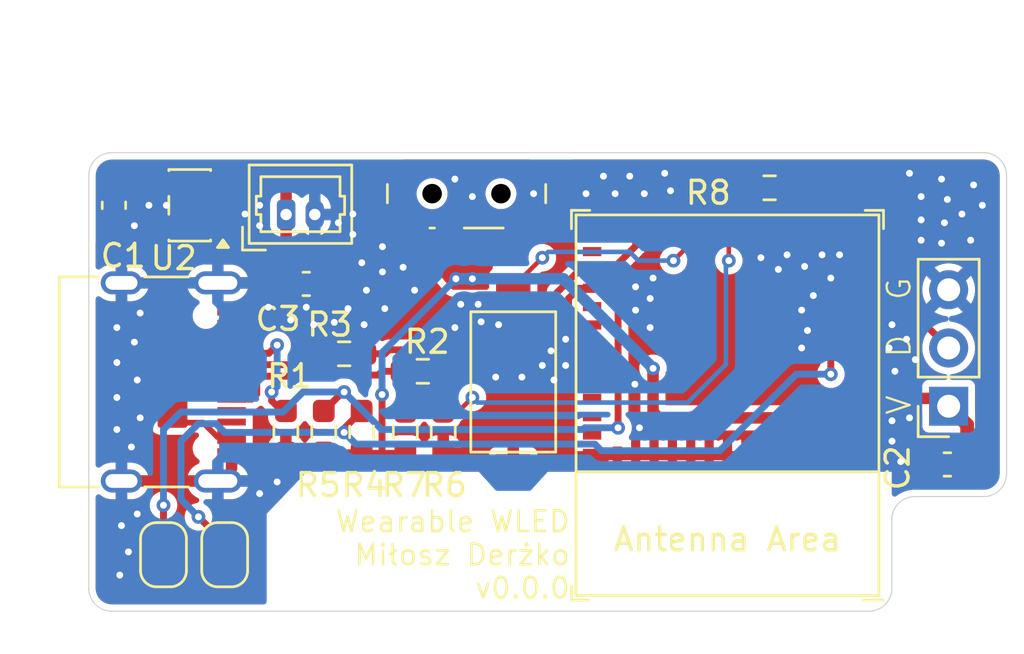
<source format=kicad_pcb>
(kicad_pcb (version 20241229) (generator "pcbnew") (generator_version "9.0")
  (title_block (title "WearableWLED") (date "2025-12-22") (rev "0.0.1") (company "Milosz Derżko"))
  (layers (0 "F.Cu" signal) (2 "B.Cu" signal) (13 "F.Paste" user) (15 "B.Paste" user) (5 "F.SilkS" user "F.Silkscreen") (7 "B.SilkS" user "B.Silkscreen") (1 "F.Mask" user) (3 "B.Mask" user) (25 "Edge.Cuts" user))
  (net 0 "")
  (net 1 "GND")
  (net 2 "+BATT")
  (net 3 "+5V")
  (net 4 "/BOOT_CHIP_EN")
  (net 5 "Net-(J1-Pin_2)")
  (net 6 "Net-(P1-CC1)")
  (net 7 "/USB-")
  (net 9 "/USB+")
  (net 10 "Net-(U1-GPIO19{slash}USB_D+)")
  (net 11 "Net-(U1-GPIO18{slash}USB_D-)")
  (net 12 "/BOOT_GPIO9")
  (net 13 "/BAT_LVL")
  (net 14 "/LED_DATA")
  (net 15 "/SWITCH")
  (net 39 "Net-(BT1-+)")
  (footprint "PCM_Espressif:ESP32-C3-MINI-1" (layer "F.Cu") (at 167.836 91.016 180)
    (property "Reference" "U1" (hide yes))
    (property "Value" "ESP32-C3-MINI-1")
    (fp_text user "Antenna Area" (at 0 -5.85 0) (layer "F.SilkS"))
    (pad "1" smd rect (at -5.9 -1.3 270) (size 0.4 0.8) (layers "F.Cu" "F.Mask" "F.Paste") (net 1 "GND"))
    (pad "2" smd rect (at -5.9 -0.5 270) (size 0.4 0.8) (layers "F.Cu" "F.Mask" "F.Paste") (net 1 "GND"))
    (pad "3" smd rect (at -5.9 0.3 270) (size 0.4 0.8) (layers "F.Cu" "F.Mask" "F.Paste") (net 2 "+BATT"))
    (pad "4" smd rect (at -5.9 1.1 270) (size 0.4 0.8) (layers "F.Cu" "F.Mask" "F.Paste"))
    (pad "5" smd rect (at -5.9 1.9 270) (size 0.4 0.8) (layers "F.Cu" "F.Mask" "F.Paste"))
    (pad "6" smd rect (at -5.9 2.7 270) (size 0.4 0.8) (layers "F.Cu" "F.Mask" "F.Paste"))
    (pad "7" smd rect (at -5.9 3.5 270) (size 0.4 0.8) (layers "F.Cu" "F.Mask" "F.Paste"))
    (pad "8" smd rect (at -5.9 4.3 270) (size 0.4 0.8) (layers "F.Cu" "F.Mask" "F.Paste") (net 4 "/BOOT_CHIP_EN"))
    (pad "9" smd rect (at -5.9 5.1 270) (size 0.4 0.8) (layers "F.Cu" "F.Mask" "F.Paste"))
    (pad "10" smd rect (at -5.9 5.9 270) (size 0.4 0.8) (layers "F.Cu" "F.Mask" "F.Paste"))
    (pad "11" smd rect (at -5.9 6.7 270) (size 0.4 0.8) (layers "F.Cu" "F.Mask" "F.Paste") (net 1 "GND"))
    (pad "12" smd rect (at -4.8 7.6 180) (size 0.4 0.8) (layers "F.Cu" "F.Mask" "F.Paste"))
    (pad "13" smd rect (at -4 7.6 180) (size 0.4 0.8) (layers "F.Cu" "F.Mask" "F.Paste"))
    (pad "14" smd rect (at -3.2 7.6 180) (size 0.4 0.8) (layers "F.Cu" "F.Mask" "F.Paste") (net 1 "GND"))
    (pad "15" smd rect (at -2.4 7.6 180) (size 0.4 0.8) (layers "F.Cu" "F.Mask" "F.Paste"))
    (pad "16" smd rect (at -1.6 7.6 180) (size 0.4 0.8) (layers "F.Cu" "F.Mask" "F.Paste"))
    (pad "17" smd rect (at -0.8 7.6 180) (size 0.4 0.8) (layers "F.Cu" "F.Mask" "F.Paste"))
    (pad "18" smd rect (at 0 7.6 180) (size 0.4 0.8) (layers "F.Cu" "F.Mask" "F.Paste") (net 13 "/BAT_LVL"))
    (pad "19" smd rect (at 0.8 7.6 180) (size 0.4 0.8) (layers "F.Cu" "F.Mask" "F.Paste"))
    (pad "20" smd rect (at 1.6 7.6 180) (size 0.4 0.8) (layers "F.Cu" "F.Mask" "F.Paste") (net 15 "/SWITCH"))
    (pad "21" smd rect (at 2.4 7.6 180) (size 0.4 0.8) (layers "F.Cu" "F.Mask" "F.Paste") (net 14 "/LED_DATA"))
    (pad "22" smd rect (at 3.2 7.6 180) (size 0.4 0.8) (layers "F.Cu" "F.Mask" "F.Paste"))
    (pad "23" smd rect (at 4 7.6 180) (size 0.4 0.8) (layers "F.Cu" "F.Mask" "F.Paste") (net 12 "/BOOT_GPIO9"))
    (pad "24" smd rect (at 4.8 7.6 180) (size 0.4 0.8) (layers "F.Cu" "F.Mask" "F.Paste"))
    (pad "25" smd rect (at 5.9 6.7 270) (size 0.4 0.8) (layers "F.Cu" "F.Mask" "F.Paste"))
    (pad "26" smd rect (at 5.9 5.9 270) (size 0.4 0.8) (layers "F.Cu" "F.Mask" "F.Paste") (net 11 "Net-(U1-GPIO18{slash}USB_D-)"))
    (pad "27" smd rect (at 5.9 5.1 270) (size 0.4 0.8) (layers "F.Cu" "F.Mask" "F.Paste") (net 10 "Net-(U1-GPIO19{slash}USB_D+)"))
    (pad "28" smd rect (at 5.9 4.3 270) (size 0.4 0.8) (layers "F.Cu" "F.Mask" "F.Paste"))
    (pad "29" smd rect (at 5.9 3.5 270) (size 0.4 0.8) (layers "F.Cu" "F.Mask" "F.Paste"))
    (pad "30" smd rect (at 5.9 2.7 270) (size 0.4 0.8) (layers "F.Cu" "F.Mask" "F.Paste"))
    (pad "31" smd rect (at 5.9 1.9 270) (size 0.4 0.8) (layers "F.Cu" "F.Mask" "F.Paste"))
    (pad "32" smd rect (at 5.9 1.1 270) (size 0.4 0.8) (layers "F.Cu" "F.Mask" "F.Paste"))
    (pad "33" smd rect (at 5.9 0.3 270) (size 0.4 0.8) (layers "F.Cu" "F.Mask" "F.Paste"))
    (pad "34" smd rect (at 5.9 -0.5 270) (size 0.4 0.8) (layers "F.Cu" "F.Mask" "F.Paste"))
    (pad "35" smd rect (at 5.9 -1.3 270) (size 0.4 0.8) (layers "F.Cu" "F.Mask" "F.Paste"))
    (pad "36" smd rect (at 4.8 -2.2 180) (size 0.4 0.8) (layers "F.Cu" "F.Mask" "F.Paste") (net 1 "GND"))
    (pad "37" smd rect (at 4 -2.2 180) (size 0.4 0.8) (layers "F.Cu" "F.Mask" "F.Paste") (net 1 "GND"))
    (pad "38" smd rect (at 3.2 -2.2 180) (size 0.4 0.8) (layers "F.Cu" "F.Mask" "F.Paste") (net 1 "GND"))
    (pad "39" smd rect (at 2.4 -2.2 180) (size 0.4 0.8) (layers "F.Cu" "F.Mask" "F.Paste") (net 1 "GND"))
    (pad "40" smd rect (at 1.6 -2.2 180) (size 0.4 0.8) (layers "F.Cu" "F.Mask" "F.Paste") (net 1 "GND"))
    (pad "41" smd rect (at 0.8 -2.2 180) (size 0.4 0.8) (layers "F.Cu" "F.Mask" "F.Paste") (net 1 "GND"))
    (pad "42" smd rect (at 0 -2.2 180) (size 0.4 0.8) (layers "F.Cu" "F.Mask" "F.Paste") (net 1 "GND"))
    (pad "43" smd rect (at -0.8 -2.2 180) (size 0.4 0.8) (layers "F.Cu" "F.Mask" "F.Paste") (net 1 "GND"))
    (pad "44" smd rect (at -1.6 -2.2 180) (size 0.4 0.8) (layers "F.Cu" "F.Mask" "F.Paste") (net 1 "GND"))
    (pad "45" smd rect (at -2.4 -2.2 180) (size 0.4 0.8) (layers "F.Cu" "F.Mask" "F.Paste") (net 1 "GND"))
    (pad "46" smd rect (at -3.2 -2.2 180) (size 0.4 0.8) (layers "F.Cu" "F.Mask" "F.Paste") (net 1 "GND"))
    (pad "47" smd rect (at -4 -2.2 180) (size 0.4 0.8) (layers "F.Cu" "F.Mask" "F.Paste") (net 1 "GND"))
    (pad "48" smd rect (at -4.8 -2.2 180) (size 0.4 0.8) (layers "F.Cu" "F.Mask" "F.Paste") (net 1 "GND"))
    (pad "49" smd custom (at -1.975 0.725 180) (size 0.8 0.8) (layers "F.Cu" "F.Mask" "F.Paste") (net 1 "GND") (options (clearance outline) (anchor rect)) (primitives (gr_poly (pts (xy 0.725 0.725) (xy -0.725 0.725) (xy -0.725 -0.125) (xy -0.125 -0.725) (xy 0.725 -0.725)) (width 0) (fill yes))))
    (pad "49" smd rect (at -1.975 2.7 270) (size 1.45 1.45) (layers "F.Cu" "F.Mask" "F.Paste") (net 1 "GND"))
    (pad "49" smd rect (at -1.975 4.675 270) (size 1.45 1.45) (layers "F.Cu" "F.Mask" "F.Paste") (net 1 "GND"))
    (pad "49" smd rect (at 0 0.725 270) (size 1.45 1.45) (layers "F.Cu" "F.Mask" "F.Paste") (net 1 "GND"))
    (pad "49" smd rect (at 0 2.7 270) (size 1.45 1.45) (layers "F.Cu" "F.Mask" "F.Paste") (net 1 "GND"))
    (pad "49" smd rect (at 0 4.675 270) (size 1.45 1.45) (layers "F.Cu" "F.Mask" "F.Paste") (net 1 "GND"))
    (pad "49" smd rect (at 1.975 0.725 270) (size 1.45 1.45) (layers "F.Cu" "F.Mask" "F.Paste") (net 1 "GND"))
    (pad "49" smd rect (at 1.975 2.7 270) (size 1.45 1.45) (layers "F.Cu" "F.Mask" "F.Paste") (net 1 "GND"))
    (pad "49" smd rect (at 1.975 4.675 270) (size 1.45 1.45) (layers "F.Cu" "F.Mask" "F.Paste") (net 1 "GND"))
    (pad "50" smd rect (at 5.95 -2.25 270) (size 0.7 0.7) (layers "F.Cu" "F.Mask" "F.Paste") (net 1 "GND"))
    (pad "51" smd rect (at 5.95 7.65 270) (size 0.7 0.7) (layers "F.Cu" "F.Mask" "F.Paste") (net 1 "GND"))
    (pad "52" smd rect (at -5.95 7.65 270) (size 0.7 0.7) (layers "F.Cu" "F.Mask" "F.Paste") (net 1 "GND"))
    (pad "53" smd rect (at -5.95 -2.25 270) (size 0.7 0.7) (layers "F.Cu" "F.Mask" "F.Paste") (net 1 "GND"))
    (zone (net 0) (net_name "") (layers "F.Cu" "B.Cu") (name "antenna keepout") (connect_pads (clearance 0)) (min_thickness 0.254)
      (keepout (tracks not_allowed) (vias not_allowed) (pads not_allowed) (copperpour not_allowed) (footprints not_allowed))
      (fill (thermal_gap 0.508) (thermal_bridge_width 0.508))
      (polygon (pts (xy 161.236 93.916) (xy 174.436 93.916) (xy 174.436 99.316) (xy 161.236 99.316)))
    )
  )
  (footprint "Button_Switch_SMD:SW_SPDT_Shouhan_MSK12C02" (layer "F.Cu") (at 156.464 81.788 180)
    (property "Reference" "SW2" (hide yes))
    (property "Value" "SW_SPDT")
    (pad "" np_thru_hole circle (at -1.5 0 180) (size 0.85 0.85) (drill 0.85) (layers "*.Mask"))
    (pad "" np_thru_hole circle (at 1.5 0 180) (size 0.85 0.85) (drill 0.85) (layers "*.Mask"))
    (pad "1" smd roundrect (at -2.25 -1.95 180) (size 0.6 1.3) (layers "F.Cu" "F.Mask" "F.Paste"))
    (pad "2" smd roundrect (at 0.75 -1.95 180) (size 0.6 1.3) (layers "F.Cu" "F.Mask" "F.Paste") (net 2 "+BATT"))
    (pad "3" smd roundrect (at 2.25 -1.95 180) (size 0.6 1.3) (layers "F.Cu" "F.Mask" "F.Paste") (net 39 "Net-(BT1-+)"))
    (pad "SH" smd roundrect (at -3.675 -1.1 180) (size 1.05 0.7) (layers "F.Cu" "F.Mask" "F.Paste"))
    (pad "SH" smd roundrect (at -3.675 1.1 180) (size 1.05 0.7) (layers "F.Cu" "F.Mask" "F.Paste"))
    (pad "SH" smd roundrect (at 3.675 -1.1 180) (size 1.05 0.7) (layers "F.Cu" "F.Mask" "F.Paste"))
    (pad "SH" smd roundrect (at 3.675 1.1 180) (size 1.05 0.7) (layers "F.Cu" "F.Mask" "F.Paste"))
  )
  (footprint "Jumper:SolderJumper-2_P1.3mm_Open_RoundedPad1.0x1.5mm" (layer "F.Cu") (at 145.923 97.536 90)
    (property "Reference" "TP1" (hide yes))
    (property "Value" "BOOT")
    (pad "1" smd custom (at -0.65 0 90) (size 1 0.5) (layers "F.Cu" "F.Mask") (net 1 "GND") (options (clearance outline) (anchor rect)) (primitives (gr_circle (center 0 0.25) (end 0.5 0.25) (width 0) (fill yes)) (gr_circle (center 0 -0.25) (end 0.5 -0.25) (width 0) (fill yes)) (gr_poly (pts (xy 0.5 0.75) (xy 0 0.75) (xy 0 -0.75) (xy 0.5 -0.75)) (width 0) (fill yes))))
    (pad "2" smd custom (at 0.65 0 90) (size 1 0.5) (layers "F.Cu" "F.Mask") (net 4 "/BOOT_CHIP_EN") (options (clearance outline) (anchor rect)) (primitives (gr_circle (center 0 0.25) (end 0.5 0.25) (width 0) (fill yes)) (gr_circle (center 0 -0.25) (end 0.5 -0.25) (width 0) (fill yes)) (gr_poly (pts (xy 0 0.75) (xy -0.5 0.75) (xy -0.5 -0.75) (xy 0 -0.75)) (width 0) (fill yes))))
  )
  (footprint "Resistor_SMD:R_0603_1608Metric_Pad0.98x0.95mm_HandSolder" (layer "F.Cu") (at 151.892 92.1785 90)
    (property "Reference" "R4" (at -2.3215 0.108 180) (layer "F.SilkS"))
    (property "Value" "10k")
    (pad "1" smd roundrect (at -0.9125 0 90) (size 0.975 0.95) (layers "F.Cu" "F.Mask" "F.Paste") (net 2 "+BATT"))
    (pad "2" smd roundrect (at 0.9125 0 90) (size 0.975 0.95) (layers "F.Cu" "F.Mask" "F.Paste") (net 4 "/BOOT_CHIP_EN"))
  )
  (footprint "Resistor_SMD:R_0603_1608Metric_Pad0.98x0.95mm_HandSolder" (layer "F.Cu") (at 169.672 81.534)
    (property "Reference" "R8" (at -2.672 0.216 0) (layer "F.SilkS"))
    (property "Value" "100")
    (pad "1" smd roundrect (at -0.9125 0) (size 0.975 0.95) (layers "F.Cu" "F.Mask" "F.Paste") (net 14 "/LED_DATA"))
    (pad "2" smd roundrect (at 0.9125 0) (size 0.975 0.95) (layers "F.Cu" "F.Mask" "F.Paste") (net 5 "Net-(J1-Pin_2)"))
  )
  (footprint "Button_Switch_SMD:SW_SPST_CK_RS282G05A3" (layer "F.Cu") (at 158.5 90 90)
    (property "Reference" "SW1" (hide yes))
    (property "Value" "SWITCH")
    (pad "1" smd rect (at -3.9 0 90) (size 1.5 1.5) (layers "F.Cu" "F.Mask" "F.Paste") (net 1 "GND"))
    (pad "2" smd rect (at 3.9 0 90) (size 1.5 1.5) (layers "F.Cu" "F.Mask" "F.Paste") (net 15 "/SWITCH"))
  )
  (footprint "Resistor_SMD:R_0603_1608Metric_Pad0.98x0.95mm_HandSolder" (layer "F.Cu") (at 148.59 92.1785 -90)
    (property "Reference" "R1" (at -2.4285 -0.16 180) (layer "F.SilkS"))
    (property "Value" "5.1k")
    (pad "1" smd roundrect (at -0.9125 0 270) (size 0.975 0.95) (layers "F.Cu" "F.Mask" "F.Paste") (net 6 "Net-(P1-CC1)"))
    (pad "2" smd roundrect (at 0.9125 0 270) (size 0.975 0.95) (layers "F.Cu" "F.Mask" "F.Paste") (net 1 "GND"))
  )
  (footprint "Connector_USB:USB_C_Receptacle_G-Switch_GT-USB-7010ASV" (layer "F.Cu") (at 142.5 90 -90)
    (property "Reference" "P1" (hide yes))
    (property "Value" "USB_C_Receptacle_USB2.0_14P")
    (pad "" np_thru_hole circle (at -2.89 -2.605 270) (size 0.65 0.65) (drill 0.65) (layers "*.Cu" "*.Mask"))
    (pad "" np_thru_hole circle (at 2.89 -2.605 270) (size 0.65 0.65) (drill 0.65) (layers "*.Cu" "*.Mask"))
    (pad "A1" smd rect (at -3.2 -3.725 270) (size 0.6 1.24) (layers "F.Cu" "F.Mask" "F.Paste") (net 1 "GND"))
    (pad "A4" smd rect (at -2.4 -3.725 270) (size 0.6 1.24) (layers "F.Cu" "F.Mask" "F.Paste") (net 3 "+5V"))
    (pad "A5" smd rect (at -1.25 -3.725 270) (size 0.3 1.24) (layers "F.Cu" "F.Mask" "F.Paste") (net 6 "Net-(P1-CC1)"))
    (pad "A6" smd rect (at -0.25 -3.725 270) (size 0.3 1.24) (layers "F.Cu" "F.Mask" "F.Paste") (net 9 "/USB+"))
    (pad "A7" smd rect (at 0.25 -3.725 270) (size 0.3 1.24) (layers "F.Cu" "F.Mask" "F.Paste") (net 7 "/USB-"))
    (pad "A8" smd rect (at 1.25 -3.725 270) (size 0.3 1.24) (layers "F.Cu" "F.Mask" "F.Paste"))
    (pad "A9" smd rect (at 2.4 -3.725 270) (size 0.6 1.24) (layers "F.Cu" "F.Mask" "F.Paste") (net 3 "+5V"))
    (pad "A12" smd rect (at 3.2 -3.725 270) (size 0.6 1.24) (layers "F.Cu" "F.Mask" "F.Paste") (net 1 "GND"))
    (pad "B1" smd rect (at 3.2 -3.725 270) (size 0.6 1.24) (layers "F.Cu" "F.Mask" "F.Paste") (net 1 "GND"))
    (pad "B4" smd rect (at 2.4 -3.725 270) (size 0.6 1.24) (layers "F.Cu" "F.Mask" "F.Paste") (net 3 "+5V"))
    (pad "B5" smd rect (at 1.75 -3.725 270) (size 0.3 1.24) (layers "F.Cu" "F.Mask" "F.Paste"))
    (pad "B6" smd rect (at 0.75 -3.725 270) (size 0.3 1.24) (layers "F.Cu" "F.Mask" "F.Paste") (net 9 "/USB+"))
    (pad "B7" smd rect (at -0.75 -3.725 270) (size 0.3 1.24) (layers "F.Cu" "F.Mask" "F.Paste") (net 7 "/USB-"))
    (pad "B8" smd rect (at -1.75 -3.725 270) (size 0.3 1.24) (layers "F.Cu" "F.Mask" "F.Paste"))
    (pad "B9" smd rect (at -2.4 -3.725 270) (size 0.6 1.24) (layers "F.Cu" "F.Mask" "F.Paste") (net 3 "+5V"))
    (pad "B12" smd rect (at -3.2 -3.725 270) (size 0.6 1.24) (layers "F.Cu" "F.Mask" "F.Paste") (net 1 "GND"))
    (pad "S1" thru_hole oval (at -4.32 -3.125 270) (size 1 2.1) (drill oval 0.6 1.7) (property pad_prop_heatsink) (layers "*.Cu" "*.Mask") (net 1 "GND"))
    (pad "S1" thru_hole oval (at -4.32 1.075 270) (size 1 1.8) (drill oval 0.6 1.4) (property pad_prop_heatsink) (layers "*.Cu" "*.Mask") (net 1 "GND"))
    (pad "S1" thru_hole oval (at 4.32 -3.125 270) (size 1 2.1) (drill oval 0.6 1.7) (property pad_prop_heatsink) (layers "*.Cu" "*.Mask") (net 1 "GND"))
    (pad "S1" thru_hole oval (at 4.32 1.075 270) (size 1 1.8) (drill oval 0.6 1.4) (property pad_prop_heatsink) (layers "*.Cu" "*.Mask") (net 1 "GND"))
  )
  (footprint "Package_TO_SOT_SMD:SOT-23-5" (layer "F.Cu") (at 144.399 82.296 180)
    (property "Reference" "U2" (at 0.699 -2.304 0) (layer "F.SilkS"))
    (property "Value" "MCP73811T-420I-OT")
    (pad "1" smd roundrect (at -1.1375 -0.95 180) (size 1.325 0.6) (layers "F.Cu" "F.Mask" "F.Paste") (net 3 "+5V"))
    (pad "2" smd roundrect (at -1.1375 0 180) (size 1.325 0.6) (layers "F.Cu" "F.Mask" "F.Paste") (net 1 "GND"))
    (pad "3" smd roundrect (at -1.1375 0.95 180) (size 1.325 0.6) (layers "F.Cu" "F.Mask" "F.Paste") (net 39 "Net-(BT1-+)"))
    (pad "4" smd roundrect (at 1.1375 0.95 180) (size 1.325 0.6) (layers "F.Cu" "F.Mask" "F.Paste") (net 3 "+5V"))
    (pad "5" smd roundrect (at 1.1375 -0.95 180) (size 1.325 0.6) (layers "F.Cu" "F.Mask" "F.Paste") (net 3 "+5V"))
  )
  (footprint "Resistor_SMD:R_0603_1608Metric_Pad0.98x0.95mm_HandSolder" (layer "F.Cu") (at 155.448 92.202 -90)
    (property "Reference" "R6" (at 2.298 -0.052 180) (layer "F.SilkS"))
    (property "Value" "330k")
    (pad "1" smd roundrect (at -0.9125 0 270) (size 0.975 0.95) (layers "F.Cu" "F.Mask" "F.Paste") (net 13 "/BAT_LVL"))
    (pad "2" smd roundrect (at 0.9125 0 270) (size 0.975 0.95) (layers "F.Cu" "F.Mask" "F.Paste") (net 1 "GND"))
  )
  (footprint "Capacitor_SMD:C_0603_1608Metric_Pad1.08x0.95mm_HandSolder" (layer "F.Cu") (at 177.419 93.599 180)
    (property "Reference" "C2" (at 2.169 -0.151 90) (layer "F.SilkS"))
    (property "Value" "1u")
    (pad "1" smd roundrect (at -0.8625 0 180) (size 1.075 0.95) (layers "F.Cu" "F.Mask" "F.Paste") (net 2 "+BATT"))
    (pad "2" smd roundrect (at 0.8625 0 180) (size 1.075 0.95) (layers "F.Cu" "F.Mask" "F.Paste") (net 1 "GND"))
  )
  (footprint "Resistor_SMD:R_0603_1608Metric_Pad0.98x0.95mm_HandSolder" (layer "F.Cu") (at 153.797 92.202 90)
    (property "Reference" "R7" (at -2.298 -0.047 180) (layer "F.SilkS"))
    (property "Value" "560k")
    (pad "1" smd roundrect (at -0.9125 0 90) (size 0.975 0.95) (layers "F.Cu" "F.Mask" "F.Paste") (net 2 "+BATT"))
    (pad "2" smd roundrect (at 0.9125 0 90) (size 0.975 0.95) (layers "F.Cu" "F.Mask" "F.Paste") (net 13 "/BAT_LVL"))
  )
  (footprint "Capacitor_SMD:C_0603_1608Metric_Pad1.08x0.95mm_HandSolder" (layer "F.Cu") (at 141.097 82.296 -90)
    (property "Reference" "C1" (at 2.204 -0.403 180) (layer "F.SilkS"))
    (property "Value" "1u")
    (pad "1" smd roundrect (at -0.8625 0 270) (size 1.075 0.95) (layers "F.Cu" "F.Mask" "F.Paste") (net 3 "+5V"))
    (pad "2" smd roundrect (at 0.8625 0 270) (size 1.075 0.95) (layers "F.Cu" "F.Mask" "F.Paste") (net 1 "GND"))
  )
  (footprint "Capacitor_SMD:C_0603_1608Metric_Pad1.08x0.95mm_HandSolder" (layer "F.Cu") (at 149.479 85.725)
    (property "Reference" "C3" (at -1.229 1.525 180) (layer "F.SilkS"))
    (property "Value" "1u")
    (pad "1" smd roundrect (at -0.8625 0) (size 1.075 0.95) (layers "F.Cu" "F.Mask" "F.Paste") (net 39 "Net-(BT1-+)"))
    (pad "2" smd roundrect (at 0.8625 0) (size 1.075 0.95) (layers "F.Cu" "F.Mask" "F.Paste") (net 1 "GND"))
  )
  (footprint "Connector_PinSocket_2.54mm:PinSocket_1x03_P2.54mm_Vertical" (layer "F.Cu") (at 177.475 91.059 180)
    (property "Reference" "J1" (hide yes))
    (property "Value" "LED_OUT")
    (pad "1" thru_hole rect (at 0 0 180) (size 1.7 1.7) (drill 1) (layers "*.Cu" "*.Mask") (net 2 "+BATT"))
    (pad "2" thru_hole circle (at 0 2.54 180) (size 1.7 1.7) (drill 1) (layers "*.Cu" "*.Mask") (net 5 "Net-(J1-Pin_2)"))
    (pad "3" thru_hole circle (at 0 5.08 180) (size 1.7 1.7) (drill 1) (layers "*.Cu" "*.Mask") (net 1 "GND"))
  )
  (footprint "Resistor_SMD:R_0603_1608Metric_Pad0.98x0.95mm_HandSolder" (layer "F.Cu") (at 154.559 89.535 180)
    (property "Reference" "R2" (at -0.191 1.285 0) (layer "F.SilkS"))
    (property "Value" "22")
    (pad "1" smd roundrect (at -0.9125 0 180) (size 0.975 0.95) (layers "F.Cu" "F.Mask" "F.Paste") (net 10 "Net-(U1-GPIO19{slash}USB_D+)"))
    (pad "2" smd roundrect (at 0.9125 0 180) (size 0.975 0.95) (layers "F.Cu" "F.Mask" "F.Paste") (net 9 "/USB+"))
  )
  (footprint "Jumper:SolderJumper-2_P1.3mm_Open_RoundedPad1.0x1.5mm" (layer "F.Cu") (at 143.256 97.536 90)
    (property "Reference" "TP2" (hide yes))
    (property "Value" "ENABLE")
    (pad "1" smd custom (at -0.65 0 90) (size 1 0.5) (layers "F.Cu" "F.Mask") (net 1 "GND") (options (clearance outline) (anchor rect)) (primitives (gr_circle (center 0 0.25) (end 0.5 0.25) (width 0) (fill yes)) (gr_circle (center 0 -0.25) (end 0.5 -0.25) (width 0) (fill yes)) (gr_poly (pts (xy 0.5 0.75) (xy 0 0.75) (xy 0 -0.75) (xy 0.5 -0.75)) (width 0) (fill yes))))
    (pad "2" smd custom (at 0.65 0 90) (size 1 0.5) (layers "F.Cu" "F.Mask") (net 12 "/BOOT_GPIO9") (options (clearance outline) (anchor rect)) (primitives (gr_circle (center 0 0.25) (end 0.5 0.25) (width 0) (fill yes)) (gr_circle (center 0 -0.25) (end 0.5 -0.25) (width 0) (fill yes)) (gr_poly (pts (xy 0 0.75) (xy -0.5 0.75) (xy -0.5 -0.75) (xy 0 -0.75)) (width 0) (fill yes))))
  )
  (footprint "Resistor_SMD:R_0603_1608Metric_Pad0.98x0.95mm_HandSolder" (layer "F.Cu") (at 151.13 88.773 180)
    (property "Reference" "R3" (at 0.63 1.273 0) (layer "F.SilkS"))
    (property "Value" "22")
    (pad "1" smd roundrect (at -0.9125 0 180) (size 0.975 0.95) (layers "F.Cu" "F.Mask" "F.Paste") (net 11 "Net-(U1-GPIO18{slash}USB_D-)"))
    (pad "2" smd roundrect (at 0.9125 0 180) (size 0.975 0.95) (layers "F.Cu" "F.Mask" "F.Paste") (net 7 "/USB-"))
  )
  (footprint "Resistor_SMD:R_0603_1608Metric_Pad0.98x0.95mm_HandSolder" (layer "F.Cu") (at 150.241 92.1785 90)
    (property "Reference" "R5" (at -2.3215 -0.241 180) (layer "F.SilkS"))
    (property "Value" "10k")
    (pad "1" smd roundrect (at -0.9125 0 90) (size 0.975 0.95) (layers "F.Cu" "F.Mask" "F.Paste") (net 2 "+BATT"))
    (pad "2" smd roundrect (at 0.9125 0 90) (size 0.975 0.95) (layers "F.Cu" "F.Mask" "F.Paste") (net 12 "/BOOT_GPIO9"))
  )
  (footprint "Connector_Molex:Molex_PicoBlade_53047-0210_1x02_P1.25mm_Vertical" (layer "F.Cu") (at 148.6 82.698)
    (property "Reference" "BT1" (hide yes))
    (property "Value" "Battery_Cell")
    (pad "1" thru_hole roundrect (at 0 0) (size 0.8 1.3) (drill 0.5) (layers "*.Cu" "*.Mask") (net 39 "Net-(BT1-+)"))
    (pad "2" thru_hole oval (at 1.25 0) (size 0.8 1.3) (drill 0.5) (layers "*.Cu" "*.Mask") (net 1 "GND"))
  )
  (gr_arc (start 179 80) (mid 179.707107 80.292893) (end 180 81) (stroke (width 0.05)) (layer "Edge.Cuts"))
  (gr_line (start 141 100) (end 174 100) (stroke (width 0.05)) (layer "Edge.Cuts"))
  (gr_arc (start 140 81) (mid 140.292893 80.292893) (end 141 80) (stroke (width 0.05)) (layer "Edge.Cuts"))
  (gr_line (start 179 95) (end 176 95) (stroke (width 0.05)) (layer "Edge.Cuts"))
  (gr_arc (start 180 94) (mid 179.707107 94.707107) (end 179 95) (stroke (width 0.05)) (layer "Edge.Cuts"))
  (gr_line (start 180 94) (end 180 81) (stroke (width 0.05)) (layer "Edge.Cuts"))
  (gr_line (start 175 99) (end 175 96) (stroke (width 0.05)) (layer "Edge.Cuts"))
  (gr_arc (start 141 100) (mid 140.292893 99.707107) (end 140 99) (stroke (width 0.05)) (layer "Edge.Cuts"))
  (gr_line (start 140 81) (end 140 99) (stroke (width 0.05)) (layer "Edge.Cuts"))
  (gr_line (start 179 80) (end 141 80) (stroke (width 0.05)) (layer "Edge.Cuts"))
  (gr_arc (start 175 96) (mid 175.292893 95.292893) (end 176 95) (stroke (width 0.05)) (layer "Edge.Cuts"))
  (gr_arc (start 175 99) (mid 174.707107 99.707107) (end 174 100) (stroke (width 0.05)) (layer "Edge.Cuts"))
  (gr_text "V" (at 175.9 91.5 90) (layer "F.SilkS") (effects (font (size 1 1) (thickness 0.1)) (justify left bottom)))
  (gr_text "D" (at 175.9 89 90) (layer "F.SilkS") (effects (font (size 1 1) (thickness 0.1)) (justify left bottom)))
  (gr_text "Wearable WLED\nMiłosz Derżko\nv0.0.0" (at 161.036 99.516 0) (layer "F.SilkS") (effects (font (size 0.9 0.9) (thickness 0.1125)) (justify right bottom)))
  (gr_text "G" (at 175.9 86.5 90) (layer "F.SilkS") (effects (font (size 1 1) (thickness 0.1)) (justify left bottom)))
  (segment (start 147.769 86.8) (end 147.828 86.741) (width 0.25) (layer "F.Cu") (net 1))
  (segment (start 148.336 93.091) (end 148.227 93.2) (width 0.2) (layer "F.Cu") (net 1))
  (segment (start 141.425 96.266) (end 141.425 94.32) (width 0.2) (layer "F.Cu") (net 1))
  (segment (start 142.501 98.186) (end 141.728 97.413) (width 0.2) (layer "F.Cu") (net 1))
  (segment (start 141.425 97.11) (end 141.425 96.266) (width 0.2) (layer "F.Cu") (net 1))
  (segment (start 148.227 93.2) (end 146.225 93.2) (width 0.2) (layer "F.Cu") (net 1))
  (segment (start 141.728 97.413) (end 141.425 97.11) (width 0.2) (layer "F.Cu") (net 1))
  (segment (start 148.59 93.091) (end 148.336 93.091) (width 0.2) (layer "F.Cu") (net 1))
  (segment (start 143.256 98.186) (end 142.501 98.186) (width 0.2) (layer "F.Cu") (net 1))
  (segment (start 145.923 98.186) (end 143.256 98.186) (width 0.2) (layer "F.Cu") (net 1))
  (via (at 175.006 92.583) (size 0.6) (drill 0.3) (layers "F.Cu" "B.Cu") (net 1))
  (via (at 156.972 86.614) (size 0.6) (drill 0.3) (layers "F.Cu" "B.Cu") (net 1))
  (via (at 142.24 91.567) (size 0.6) (drill 0.3) (layers "F.Cu" "B.Cu") (net 1))
  (via (at 162.433 81.026) (size 0.6) (drill 0.3) (layers "F.Cu" "B.Cu") (net 1))
  (via (at 150.876 83.058) (size 0.6) (drill 0.3) (layers "F.Cu" "B.Cu") (net 1))
  (via (at 153.7 85) (size 0.6) (drill 0.3) (layers "F.Cu" "B.Cu") (net 1))
  (via (at 178.054 82.677) (size 0.6) (drill 0.3) (layers "F.Cu" "B.Cu") (net 1))
  (via (at 151.9 84.8) (size 0.6) (drill 0.3) (layers "F.Cu" "B.Cu") (net 1))
  (via (at 141.224 90.678) (size 0.6) (drill 0.3) (layers "F.Cu" "B.Cu") (net 1))
  (via (at 162.941 81.788) (size 0.6) (drill 0.3) (layers "F.Cu" "B.Cu") (net 1))
  (via (at 157.099 87.376) (size 0.6) (drill 0.3) (layers "F.Cu" "B.Cu") (net 1))
  (via (at 171.577 86.233) (size 0.6) (drill 0.3) (layers "F.Cu" "B.Cu") (net 1))
  (via (at 155.956 87.63) (size 0.6) (drill 0.3) (layers "F.Cu" "B.Cu") (net 1))
  (via (at 177.165 83.947) (size 0.6) (drill 0.3) (layers "F.Cu" "B.Cu") (net 1))
  (via (at 157.734 89.789) (size 0.6) (drill 0.3) (layers "F.Cu" "B.Cu") (net 1))
  (via (at 164.211 81.788) (size 0.6) (drill 0.3) (layers "F.Cu" "B.Cu") (net 1))
  (via (at 160.782 89.281) (size 0.6) (drill 0.3) (layers "F.Cu" "B.Cu") (net 1))
  (via (at 175.006 91.694) (size 0.6) (drill 0.3) (layers "F.Cu" "B.Cu") (net 1))
  (via (at 163.576 81.026) (size 0.6) (drill 0.3) (layers "F.Cu" "B.Cu") (net 1))
  (via (at 164.465 87.63) (size 0.6) (drill 0.3) (layers "F.Cu" "B.Cu") (net 1))
  (via (at 175.387 93.472) (size 0.6) (drill 0.3) (layers "F.Cu" "B.Cu") (net 1))
  (via (at 142.24 86.995) (size 0.6) (drill 0.3) (layers "F.Cu" "B.Cu") (net 1))
  (via (at 161.671 81.788) (size 0.6) (drill 0.3) (layers "F.Cu" "B.Cu") (net 1))
  (via (at 141.986 83.185) (size 0.6) (drill 0.3) (layers "F.Cu" "B.Cu") (net 1))
  (via (at 148.209 94.361) (size 0.6) (drill 0.3) (layers "F.Cu" "B.Cu") (net 1))
  (via (at 152 87.5) (size 0.6) (drill 0.3) (layers "F.Cu" "B.Cu") (net 1))
  (via (at 141.351 98.425) (size 0.6) (drill 0.3) (layers "F.Cu" "B.Cu") (net 1))
  (via (at 171.196 84.963) (size 0.6) (drill 0.3) (layers "F.Cu" "B.Cu") (net 1))
  (via (at 151.3 86.8) (size 0.6) (drill 0.3) (layers "F.Cu" "B.Cu") (net 1))
  (via (at 164.592 85.471) (size 0.6) (drill 0.3) (layers "F.Cu" "B.Cu") (net 1))
  (via (at 149.479 86.741) (size 0.6) (drill 0.3) (layers "F.Cu" "B.Cu") (net 1))
  (via (at 142.621 82.296) (size 0.6) (drill 0.3) (layers "F.Cu" "B.Cu") (net 1))
  (via (at 160.147 88.646) (size 0.6) (drill 0.3) (layers "F.Cu" "B.Cu") (net 1))
  (via (at 177.165 81.153) (size 0.6) (drill 0.3) (layers "F.Cu" "B.Cu") (net 1))
  (via (at 151.511 82.677) (size 0.6) (drill 0.3) (layers "F.Cu" "B.Cu") (net 1))
  (via (at 164.465 86.36) (size 0.6) (drill 0.3) (layers "F.Cu" "B.Cu") (net 1))
  (via (at 152.1 86) (size 0.6) (drill 0.3) (layers "F.Cu" "B.Cu") (net 1))
  (via (at 164 92) (size 0.6) (drill 0.3) (layers "F.Cu" "B.Cu") (net 1))
  (via (at 141.425 96.266) (size 0.6) (drill 0.3) (layers "F.Cu" "B.Cu") (net 1))
  (via (at 175.768 80.899) (size 0.6) (drill 0.3) (layers "F.Cu" "B.Cu") (net 1))
  (via (at 177.292 83.058) (size 0.6) (drill 0.3) (layers "F.Cu" "B.Cu") (net 1))
  (via (at 178.562 81.407) (size 0.6) (drill 0.3) (layers "F.Cu" "B.Cu") (net 1))
  (via (at 149.8 87.5) (size 0.6) (drill 0.3) (layers "F.Cu" "B.Cu") (net 1))
  (via (at 165.354 81.661) (size 0.6) (drill 0.3) (layers "F.Cu" "B.Cu") (net 1))
  (via (at 156.718 81.915) (size 0.6) (drill 0.3) (layers "F.Cu" "B.Cu") (net 1))
  (via (at 174.879 88.519) (size 0.6) (drill 0.3) (layers "F.Cu" "B.Cu") (net 1))
  (via (at 156.21 86.614) (size 0.6) (drill 0.3) (layers "F.Cu" "B.Cu") (net 1))
  (via (at 172.72 84.455) (size 0.6) (drill 0.3) (layers "F.Cu" "B.Cu") (net 1))
  (via (at 147.447 82.296) (size 0.6) (drill 0.3) (layers "F.Cu" "B.Cu") (net 1))
  (via (at 148.8 87.3) (size 0.6) (drill 0.3) (layers "F.Cu" "B.Cu") (net 1))
  (via (at 178.435 83.82) (size 0.6) (drill 0.3) (layers "F.Cu" "B.Cu") (net 1))
  (via (at 141.728 97.413) (size 0.6) (drill 0.3) (layers "F.Cu" "B.Cu") (net 1))
  (via (at 152.8 85.2) (size 0.6) (drill 0.3) (layers "F.Cu" "B.Cu") (net 1))
  (via (at 163.83 85.852) (size 0.6) (drill 0.3) (layers "F.Cu" "B.Cu") (net 1))
  (via (at 158.877 89.789) (size 0.6) (drill 0.3) (layers "F.Cu" "B.Cu") (net 1))
  (via (at 141.224 92.075) (size 0.6) (drill 0.3) (layers "F.Cu" "B.Cu") (net 1))
  (via (at 177.419 82.042) (size 0.6) (drill 0.3) (layers "F.Cu" "B.Cu") (net 1))
  (via (at 142.113 95.758) (size 0.6) (drill 0.3) (layers "F.Cu" "B.Cu") (net 1))
  (via (at 159.766 89.281) (size 0.6) (drill 0.3) (layers "F.Cu" "B.Cu") (net 1))
  (via (at 151.511 83.566) (size 0.6) (drill 0.3) (layers "F.Cu" "B.Cu") (net 1))
  (via (at 141.224 89.154) (size 0.6) (drill 0.3) (layers "F.Cu" "B.Cu") (net 1))
  (via (at 171.958 84.455) (size 0.6) (drill 0.3) (layers "F.Cu" "B.Cu") (net 1))
  (via (at 141.986 88.265) (size 0.6) (drill 0.3) (layers "F.Cu" "B.Cu") (net 1))
  (via (at 175.641 88.138) (size 0.6) (drill 0.3) (layers "F.Cu" "B.Cu") (net 1))
  (via (at 157.861 87.503) (size 0.6) (drill 0.3) (layers "F.Cu" "B.Cu") (net 1))
  (via (at 141.859 92.837) (size 0.6) (drill 0.3) (layers "F.Cu" "B.Cu") (net 1))
  (via (at 154.2 86) (size 0.6) (drill 0.3) (layers "F.Cu" "B.Cu") (net 1))
  (via (at 176.276 81.915) (size 0.6) (drill 0.3) (layers "F.Cu" "B.Cu") (net 1))
  (via (at 146.812 82.677) (size 0.6) (drill 0.3) (layers "F.Cu" "B.Cu") (net 1))
  (via (at 171.069 86.868) (size 0.6) (drill 0.3) (layers "F.Cu" "B.Cu") (net 1))
  (via (at 176.276 83.82) (size 0.6) (drill 0.3) (layers "F.Cu" "B.Cu") (net 1))
  (via (at 175.006 87.503) (size 0.6) (drill 0.3) (layers "F.Cu" "B.Cu") (net 1))
  (via (at 142.113 89.916) (size 0.6) (drill 0.3) (layers "F.Cu" "B.Cu") (net 1))
  (via (at 163.83 86.868) (size 0.6) (drill 0.3) (layers "F.Cu" "B.Cu") (net 1))
  (via (at 172.339 85.471) (size 0.6) (drill 0.3) (layers "F.Cu" "B.Cu") (net 1))
  (via (at 170.053 85.09) (size 0.6) (drill 0.3) (layers "F.Cu" "B.Cu") (net 1))
  (via (at 143.383 82.296) (size 0.6) (drill 0.3) (layers "F.Cu" "B.Cu") (net 1))
  (via (at 175.768 91.567) (size 0.6) (drill 0.3) (layers "F.Cu" "B.Cu") (net 1))
  (via (at 147.447 83.185) (size 0.6) (drill 0.3) (layers "F.Cu" "B.Cu") (net 1))
  (via (at 176.022 89.027) (size 0.6) (drill 0.3) (layers "F.Cu" "B.Cu") (net 1))
  (via (at 147.828 86.741) (size 0.6) (drill 0.3) (layers "F.Cu" "B.Cu") (net 1))
  (via (at 178.943 82.296) (size 0.6) (drill 0.3) (layers "F.Cu" "B.Cu") (net 1))
  (via (at 150.7 87.4) (size 0.6) (drill 0.3) (layers "F.Cu" "B.Cu") (net 1))
  (via (at 176.276 82.931) (size 0.6) (drill 0.3) (layers "F.Cu" "B.Cu") (net 1))
  (via (at 163.8 90.1) (size 0.6) (drill 0.3) (layers "F.Cu" "B.Cu") (net 1))
  (via (at 171.069 88.519) (size 0.6) (drill 0.3) (layers "F.Cu" "B.Cu") (net 1))
  (via (at 152.8 84.1) (size 0.6) (drill 0.3) (layers "F.Cu" "B.Cu") (net 1))
  (via (at 141.224 87.63) (size 0.6) (drill 0.3) (layers "F.Cu" "B.Cu") (net 1))
  (via (at 171.323 87.757) (size 0.6) (drill 0.3) (layers "F.Cu" "B.Cu") (net 1))
  (via (at 159.385 81.788) (size 0.6) (drill 0.3) (layers "F.Cu" "B.Cu") (net 1))
  (via (at 169.291 84.582) (size 0.6) (drill 0.3) (layers "F.Cu" "B.Cu") (net 1))
  (via (at 175.133 89.535) (size 0.6) (drill 0.3) (layers "F.Cu" "B.Cu") (net 1))
  (via (at 147.447 94.869) (size 0.6) (drill 0.3) (layers "F.Cu" "B.Cu") (net 1))
  (via (at 165.1 80.899) (size 0.6) (drill 0.3) (layers "F.Cu" "B.Cu") (net 1))
  (via (at 160.782 88.138) (size 0.6) (drill 0.3) (layers "F.Cu" "B.Cu") (net 1))
  (via (at 160.274 89.916) (size 0.6) (drill 0.3) (layers "F.Cu" "B.Cu") (net 1))
  (via (at 152.9 86.8) (size 0.6) (drill 0.3) (layers "F.Cu" "B.Cu") (net 1))
  (via (at 155.956 81.153) (size 0.6) (drill 0.3) (layers "F.Cu" "B.Cu") (net 1))
  (via (at 170.434 84.455) (size 0.6) (drill 0.3) (layers "F.Cu" "B.Cu") (net 1))
  (segment (start 164.846 91.567) (end 171.933 91.567) (width 0.5) (layer "F.Cu") (net 2))
  (segment (start 152.781 93.1145) (end 151.9155 93.1145) (width 0.3) (layer "F.Cu") (net 2))
  (segment (start 153.797 93.1145) (end 152.781 93.1145) (width 0.3) (layer "F.Cu") (net 2))
  (segment (start 164.592 91.313) (end 164.846 91.567) (width 0.5) (layer "F.Cu") (net 2))
  (segment (start 152.781 93.1145) (end 152.781 90.551) (width 0.3) (layer "F.Cu") (net 2))
  (segment (start 151.892 93.091) (end 150.241 93.091) (width 0.3) (layer "F.Cu") (net 2))
  (segment (start 177.132 90.716) (end 177.475 91.059) (width 0.5) (layer "F.Cu") (net 2))
  (segment (start 164.592 89.408) (end 164.592 91.313) (width 0.5) (layer "F.Cu") (net 2))
  (segment (start 173.736 90.716) (end 177.132 90.716) (width 0.5) (layer "F.Cu") (net 2))
  (segment (start 171.933 91.567) (end 172.784 90.716) (width 0.5) (layer "F.Cu") (net 2))
  (segment (start 172.784 90.716) (end 173.736 90.716) (width 0.5) (layer "F.Cu") (net 2))
  (segment (start 178.2815 91.8655) (end 177.475 91.059) (width 0.6) (layer "F.Cu") (net 2))
  (segment (start 151.9155 93.1145) (end 151.892 93.091) (width 0.5) (layer "F.Cu") (net 2))
  (segment (start 178.2815 93.599) (end 178.2815 91.8655) (width 0.6) (layer "F.Cu") (net 2))
  (via (at 152.781 90.551) (size 0.6) (drill 0.3) (layers "F.Cu" "B.Cu") (net 2))
  (via (at 156 85.5) (size 0.6) (drill 0.3) (layers "F.Cu" "B.Cu") (net 2))
  (via (at 164.592 89.408) (size 0.6) (drill 0.3) (layers "F.Cu" "B.Cu") (net 2))
  (via (at 156.718 85.5) (size 0.6) (drill 0.3) (layers "F.Cu" "B.Cu") (net 2))
  (segment (start 156.718 85.5) (end 156 85.5) (width 0.5) (layer "B.Cu") (net 2))
  (segment (start 152.781 88.719) (end 156 85.5) (width 0.3) (layer "B.Cu") (net 2))
  (segment (start 164.592 89.408) (end 160.684 85.5) (width 0.5) (layer "B.Cu") (net 2))
  (segment (start 152.781 90.551) (end 152.781 88.719) (width 0.3) (layer "B.Cu") (net 2))
  (segment (start 160.684 85.5) (end 156.718 85.5) (width 0.5) (layer "B.Cu") (net 2))
  (segment (start 145.389 87.811) (end 144.808 88.392) (width 0.25) (layer "F.Cu") (net 3))
  (segment (start 144.587 83.246) (end 145.5365 83.246) (width 0.5) (layer "F.Cu") (net 3))
  (segment (start 143.2615 81.346) (end 141.1845 81.346) (width 0.5) (layer "F.Cu") (net 3))
  (segment (start 145.606364 92.4) (end 144.983022 91.776658) (width 0.25) (layer "F.Cu") (net 3))
  (segment (start 144.399 83.058) (end 144.587 83.246) (width 0.5) (layer "F.Cu") (net 3))
  (segment (start 143.6 85.127) (end 144.145 84.582) (width 0.5) (layer "F.Cu") (net 3))
  (segment (start 143.2615 83.246) (end 144.211 83.246) (width 0.3) (layer "F.Cu") (net 3))
  (segment (start 141.1845 81.346) (end 141.097 81.4335) (width 0.5) (layer "F.Cu") (net 3))
  (segment (start 145.606364 87.6) (end 145.395364 87.811) (width 0.25) (layer "F.Cu") (net 3))
  (segment (start 145.034 84.582) (end 145.5365 84.0795) (width 0.5) (layer "F.Cu") (net 3))
  (segment (start 144.0205 81.346) (end 144.399 81.7245) (width 0.5) (layer "F.Cu") (net 3))
  (segment (start 144.211 83.246) (end 144.399 83.058) (width 0.3) (layer "F.Cu") (net 3))
  (segment (start 143.6 86.3) (end 143.6 85.127) (width 0.5) (layer "F.Cu") (net 3))
  (segment (start 146.225 87.6) (end 145.606364 87.6) (width 0.25) (layer "F.Cu") (net 3))
  (segment (start 144.399 81.7245) (end 144.399 83.058) (width 0.5) (layer "F.Cu") (net 3))
  (segment (start 146.225 92.4) (end 145.606364 92.4) (width 0.25) (layer "F.Cu") (net 3))
  (segment (start 144.983022 91.776658) (end 143.923342 91.776658) (width 0.25) (layer "F.Cu") (net 3))
  (segment (start 145.5365 84.0795) (end 145.5365 83.246) (width 0.5) (layer "F.Cu") (net 3))
  (segment (start 144.808 88.392) (end 144 88.392) (width 0.25) (layer "F.Cu") (net 3))
  (segment (start 144.145 84.582) (end 145.034 84.582) (width 0.5) (layer "F.Cu") (net 3))
  (segment (start 143.2615 81.346) (end 144.0205 81.346) (width 0.5) (layer "F.Cu") (net 3))
  (segment (start 145.395364 87.811) (end 145.389 87.811) (width 0.25) (layer "F.Cu") (net 3))
  (segment (start 172.339 89.662) (end 172.339 87.513) (width 0.3) (layer "F.Cu") (net 4))
  (segment (start 145.781 96.886) (end 144.78 95.885) (width 0.3) (layer "F.Cu") (net 4))
  (segment (start 173.136 86.716) (end 173.736 86.716) (width 0.3) (layer "F.Cu") (net 4))
  (segment (start 151.13 92.028) (end 151.892 91.266) (width 0.3) (layer "F.Cu") (net 4))
  (segment (start 172.339 87.513) (end 173.136 86.716) (width 0.3) (layer "F.Cu") (net 4))
  (segment (start 145.923 96.886) (end 145.781 96.886) (width 0.3) (layer "F.Cu") (net 4))
  (segment (start 151.13 92.202) (end 151.13 92.028) (width 0.3) (layer "F.Cu") (net 4))
  (via (at 144.78 95.885) (size 0.6) (drill 0.3) (layers "F.Cu" "B.Cu") (net 4))
  (via (at 172.339 89.662) (size 0.6) (drill 0.3) (layers "F.Cu" "B.Cu") (net 4))
  (via (at 151.13 92.202) (size 0.6) (drill 0.3) (layers "F.Cu" "B.Cu") (net 4))
  (segment (start 145.542 91.821) (end 145.923 92.202) (width 0.3) (layer "B.Cu") (net 4))
  (segment (start 162.052 92.71) (end 162.342 93) (width 0.3) (layer "B.Cu") (net 4))
  (segment (start 144.78 95.885) (end 144.018 95.123) (width 0.3) (layer "B.Cu") (net 4))
  (segment (start 145.923 92.202) (end 151.13 92.202) (width 0.3) (layer "B.Cu") (net 4))
  (segment (start 162.342 93) (end 167.5 93) (width 0.3) (layer "B.Cu") (net 4))
  (segment (start 144.78 91.821) (end 145.542 91.821) (width 0.3) (layer "B.Cu") (net 4))
  (segment (start 167.5 93) (end 170.838 89.662) (width 0.3) (layer "B.Cu") (net 4))
  (segment (start 170.838 89.662) (end 172.339 89.662) (width 0.3) (layer "B.Cu") (net 4))
  (segment (start 151.13 92.202) (end 151.638 92.71) (width 0.3) (layer "B.Cu") (net 4))
  (segment (start 144.018 95.123) (end 144.018 92.583) (width 0.3) (layer "B.Cu") (net 4))
  (segment (start 144.018 92.583) (end 144.78 91.821) (width 0.3) (layer "B.Cu") (net 4))
  (segment (start 151.638 92.71) (end 162.052 92.71) (width 0.3) (layer "B.Cu") (net 4))
  (segment (start 170.5845 81.534) (end 174.334 81.534) (width 0.3) (layer "F.Cu") (net 5))
  (segment (start 175.26 86.304) (end 177.475 88.519) (width 0.3) (layer "F.Cu") (net 5))
  (segment (start 174.334 81.534) (end 175.26 82.46) (width 0.3) (layer "F.Cu") (net 5))
  (segment (start 175.26 82.46) (end 175.26 86.304) (width 0.3) (layer "F.Cu") (net 5))
  (segment (start 147.851 88.75) (end 146.225 88.75) (width 0.3) (layer "F.Cu") (net 6))
  (segment (start 147.97 90.439) (end 147.97 90.82) (width 0.3) (layer "F.Cu") (net 6))
  (segment (start 147.97 90.82) (end 148.463 91.313) (width 0.3) (layer "F.Cu") (net 6))
  (segment (start 148.463 91.313) (end 148.543 91.313) (width 0.3) (layer "F.Cu") (net 6))
  (segment (start 148.209 88.392) (end 147.851 88.75) (width 0.3) (layer "F.Cu") (net 6))
  (segment (start 148.543 91.313) (end 148.59 91.266) (width 0.3) (layer "F.Cu") (net 6))
  (via (at 148.209 88.392) (size 0.6) (drill 0.3) (layers "F.Cu" "B.Cu") (net 6))
  (via (at 147.97 90.439) (size 0.6) (drill 0.3) (layers "F.Cu" "B.Cu") (net 6))
  (segment (start 148.209 90.2) (end 147.97 90.439) (width 0.3) (layer "B.Cu") (net 6))
  (segment (start 148.209 88.392) (end 148.209 90.2) (width 0.3) (layer "B.Cu") (net 6))
  (segment (start 148.99025 89.25) (end 149.46725 88.773) (width 0.3) (layer "F.Cu") (net 7))
  (segment (start 146.225 89.25) (end 148.99025 89.25) (width 0.3) (layer "F.Cu") (net 7))
  (segment (start 145.383 89.25) (end 145.161 89.472) (width 0.3) (layer "F.Cu") (net 7))
  (segment (start 149.46725 88.773) (end 150.2175 88.773) (width 0.3) (layer "F.Cu") (net 7))
  (segment (start 146.225 89.25) (end 145.383 89.25) (width 0.3) (layer "F.Cu") (net 7))
  (segment (start 145.161 90.058) (end 145.353 90.25) (width 0.3) (layer "F.Cu") (net 7))
  (segment (start 145.161 89.472) (end 145.161 90.058) (width 0.3) (layer "F.Cu") (net 7))
  (segment (start 145.353 90.25) (end 146.225 90.25) (width 0.3) (layer "F.Cu") (net 7))
  (segment (start 152.616 89.7) (end 149.248771 89.7) (width 0.3) (layer "F.Cu") (net 9))
  (segment (start 147.32 90.527) (end 147.32 89.789) (width 0.3) (layer "F.Cu") (net 9))
  (segment (start 153.6465 89.535) (end 152.781 89.535) (width 0.3) (layer "F.Cu") (net 9))
  (segment (start 147.281 89.75) (end 146.225 89.75) (width 0.3) (layer "F.Cu") (net 9))
  (segment (start 149.19777 89.751) (end 147.358 89.751) (width 0.3) (layer "F.Cu") (net 9))
  (segment (start 147.358 89.751) (end 147.32 89.789) (width 0.3) (layer "F.Cu") (net 9))
  (segment (start 152.781 89.535) (end 152.616 89.7) (width 0.3) (layer "F.Cu") (net 9))
  (segment (start 147.097 90.75) (end 147.32 90.527) (width 0.3) (layer "F.Cu") (net 9))
  (segment (start 147.32 89.789) (end 147.281 89.75) (width 0.3) (layer "F.Cu") (net 9))
  (segment (start 149.248771 89.7) (end 149.19777 89.751) (width 0.3) (layer "F.Cu") (net 9))
  (segment (start 146.225 90.75) (end 147.097 90.75) (width 0.3) (layer "F.Cu") (net 9))
  (segment (start 161.936 85.916) (end 161.353 85.916) (width 0.3) (layer "F.Cu") (net 10))
  (segment (start 158.45752 89.02) (end 156.98 89.02) (width 0.3) (layer "F.Cu") (net 10))
  (segment (start 158.477521 89) (end 158.45752 89.02) (width 0.3) (layer "F.Cu") (net 10))
  (segment (start 158.523 89) (end 158.477521 89) (width 0.3) (layer "F.Cu") (net 10))
  (segment (start 160.909 86.36) (end 160.909 86.614) (width 0.3) (layer "F.Cu") (net 10))
  (segment (start 160.909 86.614) (end 158.523 89) (width 0.3) (layer "F.Cu") (net 10))
  (segment (start 161.353 85.916) (end 160.909 86.36) (width 0.3) (layer "F.Cu") (net 10))
  (segment (start 156.98 89.02) (end 156.465 89.535) (width 0.3) (layer "F.Cu") (net 10))
  (segment (start 156.465 89.535) (end 155.4715 89.535) (width 0.3) (layer "F.Cu") (net 10))
  (segment (start 152.0425 88.773) (end 152.908 88.773) (width 0.3) (layer "F.Cu") (net 11))
  (segment (start 156.69148 88.6) (end 156.77248 88.519) (width 0.3) (layer "F.Cu") (net 11))
  (segment (start 160.408 86.099) (end 161.181 85.326) (width 0.3) (layer "F.Cu") (net 11))
  (segment (start 161.181 85.326) (end 161.185 85.326) (width 0.3) (layer "F.Cu") (net 11))
  (segment (start 161.395 85.116) (end 161.936 85.116) (width 0.3) (layer "F.Cu") (net 11))
  (segment (start 161.185 85.326) (end 161.395 85.116) (width 0.3) (layer "F.Cu") (net 11))
  (segment (start 153.081 88.6) (end 156.69148 88.6) (width 0.3) (layer "F.Cu") (net 11))
  (segment (start 152.908 88.773) (end 153.081 88.6) (width 0.3) (layer "F.Cu") (net 11))
  (segment (start 156.77248 88.519) (end 158.25 88.519) (width 0.3) (layer "F.Cu") (net 11))
  (segment (start 158.25 88.519) (end 160.408 86.361) (width 0.3) (layer "F.Cu") (net 11))
  (segment (start 160.408 86.361) (end 160.408 86.099) (width 0.3) (layer "F.Cu") (net 11))
  (segment (start 163.836 84.068) (end 163.836 83.416) (width 0.3) (layer "F.Cu") (net 12))
  (segment (start 151.068 90.439) (end 150.241 91.266) (width 0.3) (layer "F.Cu") (net 12))
  (segment (start 143.256 95.631) (end 143.256 95.377) (width 0.3) (layer "F.Cu") (net 12))
  (segment (start 163.068 92) (end 163.068 84.836) (width 0.3) (layer "F.Cu") (net 12))
  (segment (start 151.13 90.439) (end 151.068 90.439) (width 0.3) (layer "F.Cu") (net 12))
  (segment (start 163.068 84.836) (end 163.836 84.068) (width 0.3) (layer "F.Cu") (net 12))
  (segment (start 143.256 96.886) (end 143.256 95.631) (width 0.3) (layer "F.Cu") (net 12))
  (via (at 151.13 90.439) (size 0.6) (drill 0.3) (layers "F.Cu" "B.Cu") (net 12))
  (via (at 143.256 95.377) (size 0.6) (drill 0.3) (layers "F.Cu" "B.Cu") (net 12))
  (via (at 163.068 92) (size 0.6) (drill 0.3) (layers "F.Cu" "B.Cu") (net 12))
  (segment (start 144.018 91.313) (end 143.256 92.075) (width 0.3) (layer "B.Cu") (net 12))
  (segment (start 151.13 90.439) (end 149.337 90.439) (width 0.3) (layer "B.Cu") (net 12))
  (segment (start 151.13 90.439) (end 152.766 92.075) (width 0.3) (layer "B.Cu") (net 12))
  (segment (start 149.337 90.439) (end 148.463 91.313) (width 0.3) (layer "B.Cu") (net 12))
  (segment (start 161.544 92.075) (end 161.619 92) (width 0.3) (layer "B.Cu") (net 12))
  (segment (start 143.256 92.075) (end 143.256 95.377) (width 0.3) (layer "B.Cu") (net 12))
  (segment (start 161.619 92) (end 163.068 92) (width 0.3) (layer "B.Cu") (net 12))
  (segment (start 152.766 92.075) (end 161.544 92.075) (width 0.3) (layer "B.Cu") (net 12))
  (segment (start 148.463 91.313) (end 144.018 91.313) (width 0.3) (layer "B.Cu") (net 12))
  (segment (start 167.894 84.709) (end 167.894 83.474) (width 0.2) (layer "F.Cu") (net 13))
  (segment (start 155.448 91.2895) (end 153.797 91.2895) (width 0.2) (layer "F.Cu") (net 13))
  (segment (start 156.1065 91.2895) (end 155.448 91.2895) (width 0.2) (layer "F.Cu") (net 13))
  (segment (start 156.718 90.678) (end 156.1065 91.2895) (width 0.2) (layer "F.Cu") (net 13))
  (segment (start 167.894 83.474) (end 167.836 83.416) (width 0.2) (layer "F.Cu") (net 13))
  (via (at 156.718 90.678) (size 0.6) (drill 0.3) (layers "F.Cu" "B.Cu") (net 13))
  (via (at 167.894 84.709) (size 0.6) (drill 0.3) (layers "F.Cu" "B.Cu") (net 13))
  (segment (start 167.767 89.233) (end 167.767 84.836) (width 0.2) (layer "B.Cu") (net 13))
  (segment (start 167.767 84.836) (end 167.894 84.709) (width 0.2) (layer "B.Cu") (net 13))
  (segment (start 166.1 90.9) (end 167.767 89.233) (width 0.2) (layer "B.Cu") (net 13))
  (segment (start 156.94 90.9) (end 166.1 90.9) (width 0.2) (layer "B.Cu") (net 13))
  (segment (start 156.718 90.678) (end 156.94 90.9) (width 0.2) (layer "B.Cu") (net 13))
  (segment (start 168.7595 81.534) (end 166.661 81.534) (width 0.2) (layer "F.Cu") (net 14))
  (segment (start 166.661 81.534) (end 165.436 82.759) (width 0.2) (layer "F.Cu") (net 14))
  (segment (start 165.436 82.759) (end 165.436 83.416) (width 0.2) (layer "F.Cu") (net 14))
  (segment (start 159.766 84.582) (end 158.5 85.848) (width 0.2) (layer "F.Cu") (net 15))
  (segment (start 165.481 84.709) (end 166.243 83.947) (width 0.2) (layer "F.Cu") (net 15))
  (segment (start 166.243 83.947) (end 166.243 83.423) (width 0.2) (layer "F.Cu") (net 15))
  (segment (start 158.5 85.848) (end 158.5 86.1) (width 0.2) (layer "F.Cu") (net 15))
  (segment (start 166.243 83.423) (end 166.236 83.416) (width 0.2) (layer "F.Cu") (net 15))
  (via (at 159.766 84.582) (size 0.6) (drill 0.3) (layers "F.Cu" "B.Cu") (net 15))
  (via (at 165.481 84.709) (size 0.6) (drill 0.3) (layers "F.Cu" "B.Cu") (net 15))
  (segment (start 163.957 84.709) (end 163.576 84.328) (width 0.2) (layer "B.Cu") (net 15))
  (segment (start 163.576 84.328) (end 160.02 84.328) (width 0.2) (layer "B.Cu") (net 15))
  (segment (start 165.481 84.709) (end 163.957 84.709) (width 0.2) (layer "B.Cu") (net 15))
  (segment (start 160.02 84.328) (end 159.766 84.582) (width 0.2) (layer "B.Cu") (net 15))
  (segment (start 148.6165 85.725) (end 148.6165 85.631) (width 0.5) (layer "F.Cu") (net 39))
  (segment (start 151.45 81.346) (end 147.066 81.346) (width 0.5) (layer "F.Cu") (net 39))
  (segment (start 154.214 83.738) (end 154.214 82.459) (width 0.5) (layer "F.Cu") (net 39))
  (segment (start 148.6 82.698) (end 148.6 81.346) (width 0.5) (layer "F.Cu") (net 39))
  (segment (start 147.066 81.346) (end 145.5365 81.346) (width 0.5) (layer "F.Cu") (net 39))
  (segment (start 148.6 81.346) (end 147.066 81.346) (width 0.5) (layer "F.Cu") (net 39))
  (segment (start 152.019 81.915) (end 151.45 81.346) (width 0.5) (layer "F.Cu") (net 39))
  (segment (start 153.67 81.915) (end 152.019 81.915) (width 0.5) (layer "F.Cu") (net 39))
  (segment (start 154.214 82.459) (end 153.67 81.915) (width 0.5) (layer "F.Cu") (net 39))
  (segment (start 148.6165 85.631) (end 148.6 85.6145) (width 0.5) (layer "F.Cu") (net 39))
  (segment (start 148.6 85.6145) (end 148.6 82.698) (width 0.5) (layer "F.Cu") (net 39))
  (zone (net 3) (net_name "+5V") (layer "F.Cu") (priority 2) (connect_pads (clearance 0.3)) (min_thickness 0.25) (fill yes (thermal_gap 0.3) (thermal_bridge_width 0.5))
    (polygon (pts (xy 144.3 92) (xy 143 92) (xy 143 85.68) (xy 144.3 85.68)))
  )
  (zone (net 2) (net_name "+BATT") (layer "F.Cu") (priority 1) (connect_pads yes (clearance 0.3)) (min_thickness 0.25) (fill yes (thermal_gap 0.5) (thermal_bridge_width 0.5))
    (polygon (pts (xy 155.194 83.185) (xy 155.194 85.217) (xy 155.829 85.979) (xy 157.607 85.979) (xy 157.607 82.804) (xy 155.448 82.804)))
  )
  (zone (net 1) (net_name "GND") (layers "F.Cu" "B.Cu") (connect_pads (clearance 0.3)) (min_thickness 0.25) (fill yes (thermal_gap 0.3) (thermal_bridge_width 0.5))
    (polygon (pts (xy 180 80) (xy 140 80) (xy 140 100) (xy 180 100)))
  )
  (zone (net 0) (net_name "") (layers "F.Cu" "B.Cu") (name "ANTENNA") (connect_pads (clearance 0)) (min_thickness 0.25)
    (keepout (tracks not_allowed) (vias not_allowed) (pads not_allowed) (copperpour not_allowed) (footprints allowed))
    (fill (thermal_gap 0.5) (thermal_bridge_width 0.5))
    (polygon (pts (xy 175 100) (xy 147.75 100) (xy 147.75 95.75) (xy 149.5 93.916) (xy 157 93.916) (xy 157.75 94.75) (xy 159.25 94.75) (xy 160 93.916) (xy 175 93.916)))
  )
)
</source>
